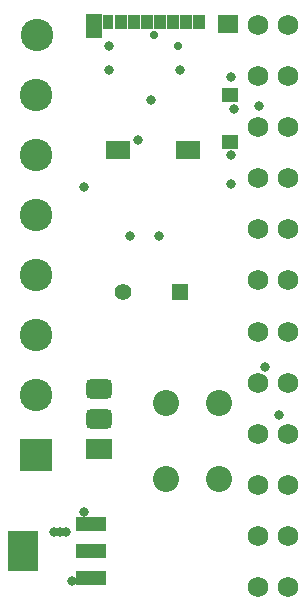
<source format=gbs>
G04 Layer_Color=8150272*
%FSLAX25Y25*%
%MOIN*%
G70*
G01*
G75*
%ADD54C,0.06800*%
%ADD55R,0.05524X0.05524*%
%ADD56C,0.05524*%
%ADD57C,0.10800*%
%ADD58R,0.10800X0.10800*%
%ADD59C,0.08674*%
%ADD60R,0.08800X0.06800*%
G04:AMPARAMS|DCode=61|XSize=68mil|YSize=88mil|CornerRadius=19mil|HoleSize=0mil|Usage=FLASHONLY|Rotation=90.000|XOffset=0mil|YOffset=0mil|HoleType=Round|Shape=RoundedRectangle|*
%AMROUNDEDRECTD61*
21,1,0.06800,0.05000,0,0,90.0*
21,1,0.03000,0.08800,0,0,90.0*
1,1,0.03800,0.02500,0.01500*
1,1,0.03800,0.02500,-0.01500*
1,1,0.03800,-0.02500,-0.01500*
1,1,0.03800,-0.02500,0.01500*
%
%ADD61ROUNDEDRECTD61*%
%ADD62C,0.03200*%
%ADD63C,0.02800*%
%ADD64R,0.10249X0.13792*%
%ADD65R,0.10249X0.04737*%
%ADD66R,0.08280X0.06115*%
%ADD67R,0.05524X0.04737*%
%ADD68R,0.05406X0.07887*%
%ADD69R,0.06902X0.06115*%
%ADD70R,0.04147X0.05131*%
%ADD71R,0.03753X0.05131*%
D54*
X237650Y123000D02*
D03*
X227650D02*
D03*
X237650Y225318D02*
D03*
X227650D02*
D03*
X237650Y242363D02*
D03*
X227650D02*
D03*
Y106000D02*
D03*
X237650D02*
D03*
X227650Y208272D02*
D03*
X237650D02*
D03*
Y174000D02*
D03*
X227650D02*
D03*
Y259409D02*
D03*
X237650D02*
D03*
Y140000D02*
D03*
X227650D02*
D03*
Y191227D02*
D03*
X237650D02*
D03*
X227650Y157136D02*
D03*
X237650D02*
D03*
X227650Y293500D02*
D03*
X237650D02*
D03*
Y276500D02*
D03*
X227650D02*
D03*
D55*
X201606Y204500D02*
D03*
D56*
X182394D02*
D03*
D57*
X153500Y210000D02*
D03*
Y190000D02*
D03*
Y170000D02*
D03*
Y230000D02*
D03*
Y250000D02*
D03*
Y270000D02*
D03*
X154000Y290000D02*
D03*
D58*
X153500Y150000D02*
D03*
D59*
X214500Y167500D02*
D03*
X196783D02*
D03*
X214500Y141909D02*
D03*
X196783D02*
D03*
D60*
X174500Y152000D02*
D03*
D61*
Y162000D02*
D03*
Y172000D02*
D03*
D62*
X230000Y179500D02*
D03*
X234500Y163500D02*
D03*
X218500Y250000D02*
D03*
X227750Y266250D02*
D03*
X163500Y124500D02*
D03*
X161500D02*
D03*
X159500D02*
D03*
X187500Y255000D02*
D03*
X169500Y239500D02*
D03*
X218500Y240500D02*
D03*
X219500Y265500D02*
D03*
X218500Y276000D02*
D03*
X178000Y286500D02*
D03*
X192000Y268500D02*
D03*
X201500Y278500D02*
D03*
X178000D02*
D03*
X185000Y223000D02*
D03*
X194500D02*
D03*
X165500Y108000D02*
D03*
X169500Y131000D02*
D03*
D63*
X201000Y286500D02*
D03*
X193000Y290000D02*
D03*
D64*
X149083Y118000D02*
D03*
D65*
X171917Y108945D02*
D03*
Y118000D02*
D03*
Y127055D02*
D03*
D66*
X180844Y251691D02*
D03*
X204348D02*
D03*
D67*
X218128Y254348D02*
D03*
Y270096D02*
D03*
D68*
X172872Y292931D02*
D03*
D69*
X217439Y293817D02*
D03*
D70*
X207754Y294309D02*
D03*
X181770D02*
D03*
X186100D02*
D03*
X190431D02*
D03*
X194762D02*
D03*
X199092D02*
D03*
X203423D02*
D03*
D71*
X177439D02*
D03*
M02*

</source>
